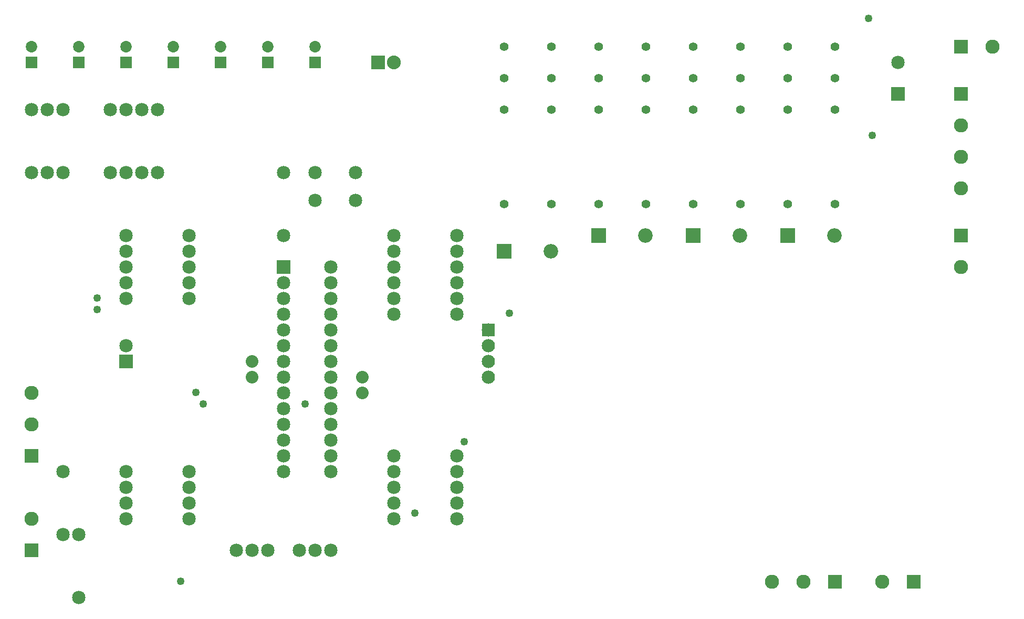
<source format=gbs>
G04 MADE WITH FRITZING*
G04 WWW.FRITZING.ORG*
G04 DOUBLE SIDED*
G04 HOLES PLATED*
G04 CONTOUR ON CENTER OF CONTOUR VECTOR*
%ASAXBY*%
%FSLAX23Y23*%
%MOIN*%
%OFA0B0*%
%SFA1.0B1.0*%
%ADD10C,0.049370*%
%ADD11C,0.085000*%
%ADD12C,0.080000*%
%ADD13C,0.088000*%
%ADD14C,0.072992*%
%ADD15C,0.055000*%
%ADD16C,0.090000*%
%ADD17C,0.083999*%
%ADD18C,0.092000*%
%ADD19R,0.085000X0.085000*%
%ADD20R,0.088000X0.088000*%
%ADD21R,0.072992X0.072992*%
%ADD22R,0.090000X0.090000*%
%ADD23R,0.090000X0.089986*%
%ADD24R,0.089986X0.090000*%
%ADD25R,0.084001X0.084001*%
%ADD26R,0.092000X0.092000*%
%LNMASK0*%
G90*
G70*
G54D10*
X5556Y3837D03*
X2988Y1149D03*
X2676Y693D03*
X660Y1989D03*
X1284Y1461D03*
X1980Y1389D03*
X3276Y1965D03*
X1188Y261D03*
X5580Y3093D03*
X660Y2061D03*
X1332Y1389D03*
G54D11*
X1542Y457D03*
X1642Y457D03*
X1742Y457D03*
X1942Y457D03*
X2042Y457D03*
X2142Y457D03*
X2298Y2680D03*
X2042Y2680D03*
X2298Y2857D03*
X2042Y2857D03*
G54D12*
X2342Y1557D03*
X2342Y1457D03*
X1642Y1557D03*
X1642Y1658D03*
G54D11*
X842Y1657D03*
X842Y1757D03*
X5742Y3357D03*
X5742Y3557D03*
X1842Y2457D03*
X1842Y2857D03*
G54D13*
X2442Y3557D03*
X2542Y3557D03*
G54D14*
X842Y3559D03*
X842Y3657D03*
X1442Y3559D03*
X1442Y3657D03*
X1142Y3559D03*
X1142Y3657D03*
X2042Y3557D03*
X2042Y3656D03*
X542Y3559D03*
X542Y3657D03*
X242Y3559D03*
X242Y3657D03*
X1742Y3559D03*
X1742Y3657D03*
G54D11*
X1042Y3257D03*
X1042Y2857D03*
X442Y957D03*
X442Y557D03*
X542Y557D03*
X542Y157D03*
X942Y3257D03*
X942Y2857D03*
X842Y3257D03*
X842Y2857D03*
X742Y3257D03*
X742Y2857D03*
X442Y3257D03*
X442Y2857D03*
X342Y3257D03*
X342Y2857D03*
X242Y3257D03*
X242Y2857D03*
X1842Y2257D03*
X2142Y2257D03*
X1842Y2157D03*
X2142Y2157D03*
X1842Y2057D03*
X2142Y2057D03*
X1842Y1957D03*
X2142Y1957D03*
X1842Y1857D03*
X2142Y1857D03*
X1842Y1757D03*
X2142Y1757D03*
X1842Y1657D03*
X2142Y1657D03*
X1842Y1557D03*
X2142Y1557D03*
X1842Y1457D03*
X2142Y1457D03*
X1842Y1357D03*
X2142Y1357D03*
X1842Y1257D03*
X2142Y1257D03*
X1842Y1157D03*
X2142Y1157D03*
X1842Y1057D03*
X2142Y1057D03*
X1842Y957D03*
X2142Y957D03*
G54D15*
X3542Y3257D03*
X3242Y3657D03*
X3242Y3457D03*
X3242Y3257D03*
X3242Y2657D03*
X3542Y2657D03*
X3542Y3457D03*
X3542Y3657D03*
X4142Y3257D03*
X3842Y3657D03*
X3842Y3457D03*
X3842Y3257D03*
X3842Y2657D03*
X4142Y2657D03*
X4142Y3457D03*
X4142Y3657D03*
X4742Y3257D03*
X4442Y3657D03*
X4442Y3457D03*
X4442Y3257D03*
X4442Y2657D03*
X4742Y2657D03*
X4742Y3457D03*
X4742Y3657D03*
X5342Y3257D03*
X5042Y3657D03*
X5042Y3457D03*
X5042Y3257D03*
X5042Y2657D03*
X5342Y2657D03*
X5342Y3457D03*
X5342Y3657D03*
G54D11*
X842Y2157D03*
X1242Y2157D03*
X842Y2257D03*
X1242Y2257D03*
X2542Y2457D03*
X2942Y2457D03*
X2542Y1957D03*
X2942Y1957D03*
X2542Y1057D03*
X2942Y1057D03*
X842Y657D03*
X1242Y657D03*
X842Y857D03*
X1242Y857D03*
X842Y957D03*
X1242Y957D03*
X842Y757D03*
X1242Y757D03*
X842Y2357D03*
X1242Y2357D03*
X842Y2057D03*
X1242Y2057D03*
X842Y2457D03*
X1242Y2457D03*
X2542Y2057D03*
X2942Y2057D03*
X2542Y2257D03*
X2942Y2257D03*
X2542Y2357D03*
X2942Y2357D03*
X2542Y2157D03*
X2942Y2157D03*
X2542Y657D03*
X2942Y657D03*
X2542Y757D03*
X2942Y757D03*
X2542Y857D03*
X2942Y857D03*
X2542Y957D03*
X2942Y957D03*
G54D16*
X242Y1257D03*
X242Y1457D03*
X242Y1057D03*
X5142Y257D03*
X4942Y257D03*
X5342Y257D03*
X6142Y3657D03*
X6342Y3657D03*
X242Y457D03*
X242Y657D03*
X5842Y257D03*
X5642Y257D03*
X6142Y2457D03*
X6142Y2257D03*
X6142Y3157D03*
X6142Y2957D03*
X6142Y2757D03*
X6142Y3357D03*
G54D17*
X3142Y1857D03*
X3142Y1757D03*
X3142Y1657D03*
X3142Y1557D03*
G54D18*
X5042Y2457D03*
X5340Y2457D03*
X4442Y2457D03*
X4740Y2457D03*
X3842Y2457D03*
X4140Y2457D03*
X3242Y2357D03*
X3540Y2357D03*
G54D19*
X842Y1657D03*
X5742Y3357D03*
G54D20*
X2442Y3557D03*
G54D21*
X842Y3559D03*
X1442Y3559D03*
X1142Y3559D03*
X2042Y3557D03*
X542Y3559D03*
X242Y3559D03*
X1742Y3559D03*
G54D19*
X1842Y2257D03*
G54D22*
X242Y1057D03*
X5342Y257D03*
G54D23*
X6142Y3657D03*
G54D24*
X242Y457D03*
G54D23*
X5842Y257D03*
G54D24*
X6142Y2457D03*
G54D22*
X6142Y3357D03*
G54D25*
X3142Y1857D03*
G54D26*
X5041Y2457D03*
X4441Y2457D03*
X3841Y2457D03*
X3241Y2357D03*
G04 End of Mask0*
M02*
</source>
